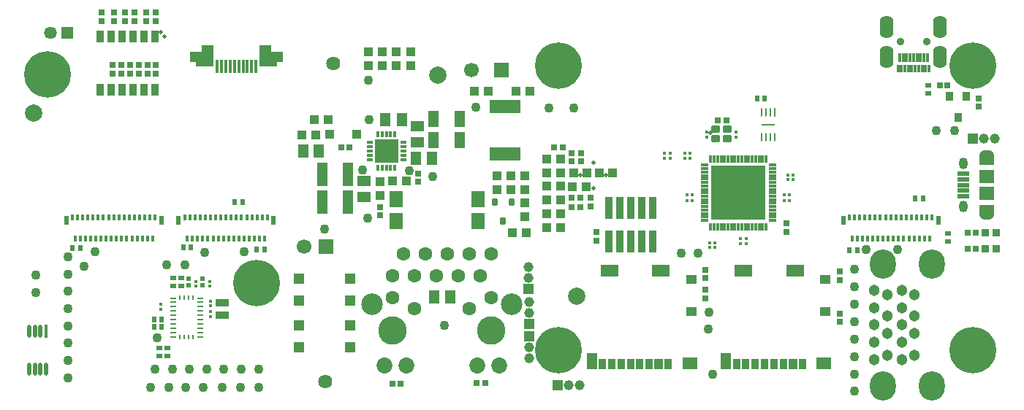
<source format=gts>
G04*
G04 #@! TF.GenerationSoftware,Altium Limited,Altium Designer,22.10.1 (41)*
G04*
G04 Layer_Color=8388736*
%FSLAX44Y44*%
%MOMM*%
G71*
G04*
G04 #@! TF.SameCoordinates,928D53FB-E6BB-4B63-96BA-E5CEFA686ED6*
G04*
G04*
G04 #@! TF.FilePolarity,Negative*
G04*
G01*
G75*
%ADD22R,0.2425X1.0111*%
G04:AMPARAMS|DCode=23|XSize=1.0111mm|YSize=0.2425mm|CornerRadius=0.1212mm|HoleSize=0mm|Usage=FLASHONLY|Rotation=270.000|XOffset=0mm|YOffset=0mm|HoleType=Round|Shape=RoundedRectangle|*
%AMROUNDEDRECTD23*
21,1,1.0111,0.0000,0,0,270.0*
21,1,0.7686,0.2425,0,0,270.0*
1,1,0.2425,0.0000,-0.3843*
1,1,0.2425,0.0000,0.3843*
1,1,0.2425,0.0000,0.3843*
1,1,0.2425,0.0000,-0.3843*
%
%ADD23ROUNDEDRECTD23*%
%ADD48R,0.2500X0.5750*%
%ADD49R,0.6750X0.2500*%
%ADD77R,1.6500X0.2500*%
G04:AMPARAMS|DCode=78|XSize=0.9016mm|YSize=1.0016mm|CornerRadius=0.1308mm|HoleSize=0mm|Usage=FLASHONLY|Rotation=90.000|XOffset=0mm|YOffset=0mm|HoleType=Round|Shape=RoundedRectangle|*
%AMROUNDEDRECTD78*
21,1,0.9016,0.7400,0,0,90.0*
21,1,0.6400,1.0016,0,0,90.0*
1,1,0.2616,0.3700,0.3200*
1,1,0.2616,0.3700,-0.3200*
1,1,0.2616,-0.3700,-0.3200*
1,1,0.2616,-0.3700,0.3200*
%
%ADD78ROUNDEDRECTD78*%
G04:AMPARAMS|DCode=79|XSize=0.9116mm|YSize=0.3216mm|CornerRadius=0.0783mm|HoleSize=0mm|Usage=FLASHONLY|Rotation=270.000|XOffset=0mm|YOffset=0mm|HoleType=Round|Shape=RoundedRectangle|*
%AMROUNDEDRECTD79*
21,1,0.9116,0.1650,0,0,270.0*
21,1,0.7550,0.3216,0,0,270.0*
1,1,0.1566,-0.0825,-0.3775*
1,1,0.1566,-0.0825,0.3775*
1,1,0.1566,0.0825,0.3775*
1,1,0.1566,0.0825,-0.3775*
%
%ADD79ROUNDEDRECTD79*%
G04:AMPARAMS|DCode=80|XSize=0.9116mm|YSize=0.3216mm|CornerRadius=0.0783mm|HoleSize=0mm|Usage=FLASHONLY|Rotation=180.000|XOffset=0mm|YOffset=0mm|HoleType=Round|Shape=RoundedRectangle|*
%AMROUNDEDRECTD80*
21,1,0.9116,0.1650,0,0,180.0*
21,1,0.7550,0.3216,0,0,180.0*
1,1,0.1566,-0.3775,0.0825*
1,1,0.1566,0.3775,0.0825*
1,1,0.1566,0.3775,-0.0825*
1,1,0.1566,-0.3775,-0.0825*
%
%ADD80ROUNDEDRECTD80*%
%ADD81R,6.3016X6.3016*%
%ADD82R,1.5016X0.8516*%
%ADD83R,0.4500X1.5000*%
%ADD84O,0.4500X1.5000*%
%ADD85C,1.1016*%
%ADD86R,1.6516X1.4516*%
%ADD87R,1.2716X1.9016*%
%ADD88R,2.0016X1.4516*%
%ADD89R,1.3016X1.1016*%
%ADD90R,0.9516X1.2016*%
%ADD91R,0.9766X1.2016*%
%ADD92R,0.8516X1.2016*%
%ADD93R,0.7516X0.6516*%
%ADD94R,0.4216X0.4616*%
%ADD95R,1.1016X1.0016*%
%ADD96R,0.5516X0.6516*%
%ADD97R,1.1016X1.1016*%
%ADD98R,0.4066X1.5066*%
%ADD99R,0.5000X1.0500*%
%ADD100R,0.4000X0.7500*%
%ADD101C,2.0000*%
%ADD102R,0.6516X0.5516*%
%ADD103R,0.6216X0.6216*%
%ADD104R,1.0016X1.1016*%
%ADD105R,0.6516X0.7516*%
%ADD106R,0.7216X0.7216*%
%ADD107R,0.7216X0.7216*%
%ADD108R,1.2516X1.9016*%
G04:AMPARAMS|DCode=109|XSize=0.6516mm|YSize=0.9016mm|CornerRadius=0.1003mm|HoleSize=0mm|Usage=FLASHONLY|Rotation=0.000|XOffset=0mm|YOffset=0mm|HoleType=Round|Shape=RoundedRectangle|*
%AMROUNDEDRECTD109*
21,1,0.6516,0.7010,0,0,0.0*
21,1,0.4510,0.9016,0,0,0.0*
1,1,0.2006,0.2255,-0.3505*
1,1,0.2006,-0.2255,-0.3505*
1,1,0.2006,-0.2255,0.3505*
1,1,0.2006,0.2255,0.3505*
%
%ADD109ROUNDEDRECTD109*%
%ADD110R,0.3316X0.9516*%
%ADD111R,0.3316X1.1016*%
%ADD112R,0.9016X1.1016*%
%ADD113R,1.2516X1.5516*%
%ADD114R,1.6516X1.6016*%
%ADD115R,1.4516X0.5016*%
%ADD116R,0.8616X2.5016*%
%ADD117R,0.9016X0.9016*%
%ADD118R,1.3016X1.3016*%
%ADD119R,0.4616X0.4216*%
%ADD120R,0.8616X1.3516*%
%ADD121R,1.6216X1.8816*%
%ADD122R,0.3516X0.8016*%
%ADD123R,0.8016X0.3516*%
%ADD124R,2.7016X2.7016*%
%ADD125R,1.0016X1.0516*%
%ADD126R,1.2516X2.8016*%
%ADD127R,1.1516X1.5016*%
%ADD128R,3.6616X1.5016*%
%ADD129R,1.5016X1.1516*%
%ADD130R,1.3516X2.4016*%
%ADD131R,2.7516X1.2016*%
%ADD132R,2.0516X1.7016*%
%ADD133R,1.6516X1.3016*%
%ADD134R,1.6516X1.3016*%
%ADD135C,1.1516*%
%ADD136R,1.1516X1.1516*%
%ADD137O,3.0016X3.4016*%
%ADD138C,1.3016*%
%ADD139R,1.4696X1.4696*%
%ADD140C,1.4696*%
%ADD141C,1.6256*%
%ADD142C,5.4000*%
%ADD143C,1.8516*%
%ADD144C,1.7000*%
%ADD145C,2.5016*%
%ADD146C,0.5080*%
%ADD147O,1.6016X2.6516*%
%ADD148O,1.6516X1.0016*%
%ADD149O,1.0516X1.3516*%
%ADD150R,1.1516X1.1516*%
%ADD151C,0.9116*%
%ADD152R,1.7000X1.7000*%
%ADD153C,1.6016*%
%ADD154C,3.3016*%
%ADD155C,0.1016*%
%ADD156C,0.5076*%
%ADD157C,0.6080*%
D22*
X875418Y336069D02*
D03*
D23*
X870418D02*
D03*
X865418D02*
D03*
X860418D02*
D03*
Y307059D02*
D03*
X865418D02*
D03*
X870418D02*
D03*
X875418D02*
D03*
D48*
X186951Y120906D02*
D03*
X191951D02*
D03*
X196951D02*
D03*
X201951D02*
D03*
Y74656D02*
D03*
X196951D02*
D03*
X191951D02*
D03*
X186951D02*
D03*
D49*
X178826Y75281D02*
D03*
Y80281D02*
D03*
Y85281D02*
D03*
Y90281D02*
D03*
Y95281D02*
D03*
Y100281D02*
D03*
Y105281D02*
D03*
Y110281D02*
D03*
Y115281D02*
D03*
Y120281D02*
D03*
X210076Y115281D02*
D03*
Y110281D02*
D03*
Y105281D02*
D03*
Y100281D02*
D03*
Y95281D02*
D03*
Y90281D02*
D03*
Y85281D02*
D03*
Y80281D02*
D03*
Y75281D02*
D03*
Y120281D02*
D03*
D77*
X867918Y321564D02*
D03*
D78*
X807000Y316500D02*
D03*
X821000D02*
D03*
Y305500D02*
D03*
X807000D02*
D03*
D79*
X865626Y281981D02*
D03*
X861626D02*
D03*
X857626D02*
D03*
X853626D02*
D03*
X849626D02*
D03*
X845626D02*
D03*
X841626D02*
D03*
X837626D02*
D03*
X833626D02*
D03*
X829626D02*
D03*
X825626D02*
D03*
X821626D02*
D03*
X817626D02*
D03*
X813626D02*
D03*
X809626D02*
D03*
X805626D02*
D03*
X801626D02*
D03*
Y202981D02*
D03*
X805626D02*
D03*
X809626D02*
D03*
X813626D02*
D03*
X817626D02*
D03*
X821626D02*
D03*
X825626D02*
D03*
X829626D02*
D03*
X833626D02*
D03*
X837626D02*
D03*
X841626D02*
D03*
X845626D02*
D03*
X849626D02*
D03*
X853626D02*
D03*
X857626D02*
D03*
X861626D02*
D03*
X865626D02*
D03*
D80*
X873126Y210481D02*
D03*
Y214481D02*
D03*
Y218481D02*
D03*
Y222481D02*
D03*
Y226481D02*
D03*
Y230481D02*
D03*
Y234481D02*
D03*
Y238481D02*
D03*
Y242481D02*
D03*
Y246481D02*
D03*
Y250481D02*
D03*
Y254481D02*
D03*
Y258481D02*
D03*
Y262481D02*
D03*
Y266481D02*
D03*
Y270481D02*
D03*
Y274481D02*
D03*
X794126D02*
D03*
Y270481D02*
D03*
Y266481D02*
D03*
Y262481D02*
D03*
Y258481D02*
D03*
Y254481D02*
D03*
Y250481D02*
D03*
Y246481D02*
D03*
Y242481D02*
D03*
Y238481D02*
D03*
Y234481D02*
D03*
Y230481D02*
D03*
Y226481D02*
D03*
Y222481D02*
D03*
Y218481D02*
D03*
Y214481D02*
D03*
Y210481D02*
D03*
D81*
X833626Y242481D02*
D03*
D82*
X235750Y115050D02*
D03*
Y100450D02*
D03*
D83*
X31750Y81500D02*
D03*
D84*
X25250D02*
D03*
X18750D02*
D03*
X12250D02*
D03*
X25250Y37500D02*
D03*
X31750D02*
D03*
X18750D02*
D03*
X12250D02*
D03*
D85*
X1063000Y314750D02*
D03*
X967750Y12000D02*
D03*
X75750Y157500D02*
D03*
X171750Y158500D02*
D03*
X257750Y38000D02*
D03*
X277750D02*
D03*
X197750D02*
D03*
X88000Y174000D02*
D03*
X1017750Y176250D02*
D03*
X215000Y173000D02*
D03*
X261000Y174000D02*
D03*
X981500Y176250D02*
D03*
X643041Y340900D02*
D03*
X967750Y153750D02*
D03*
X493000Y89000D02*
D03*
X57000Y168000D02*
D03*
X20000Y147000D02*
D03*
Y127000D02*
D03*
X152750Y16500D02*
D03*
X277750D02*
D03*
X614244Y340634D02*
D03*
X1084500Y314750D02*
D03*
X767750Y172750D02*
D03*
X787250D02*
D03*
X257250Y16500D02*
D03*
X236000D02*
D03*
X214000D02*
D03*
X173500D02*
D03*
X193500D02*
D03*
X160000Y74000D02*
D03*
X57000Y27773D02*
D03*
Y68000D02*
D03*
Y48000D02*
D03*
Y88000D02*
D03*
Y108000D02*
D03*
Y128000D02*
D03*
Y148000D02*
D03*
X237750Y38000D02*
D03*
X177750D02*
D03*
X157750D02*
D03*
X217750D02*
D03*
X192250Y158500D02*
D03*
X799000Y84000D02*
D03*
X799250Y103500D02*
D03*
X967750Y133500D02*
D03*
Y113360D02*
D03*
Y32000D02*
D03*
Y92984D02*
D03*
Y52500D02*
D03*
Y72750D02*
D03*
X479740Y261404D02*
D03*
X398448Y268680D02*
D03*
X529778Y342176D02*
D03*
X803656Y32004D02*
D03*
X403794Y213398D02*
D03*
X452562Y268262D02*
D03*
X354010Y200190D02*
D03*
X405000Y373000D02*
D03*
X406080Y327698D02*
D03*
D86*
X932475Y44725D02*
D03*
X777194Y44722D02*
D03*
D87*
X819275Y46975D02*
D03*
X663994Y46972D02*
D03*
D88*
X899225Y151725D02*
D03*
X839525D02*
D03*
X684244Y151722D02*
D03*
X743944D02*
D03*
D89*
X934225Y141975D02*
D03*
Y104975D02*
D03*
X778944Y141972D02*
D03*
Y104972D02*
D03*
D90*
X907875Y43475D02*
D03*
X885875D02*
D03*
X874875D02*
D03*
X863875D02*
D03*
X852875D02*
D03*
X841875D02*
D03*
X719594Y43472D02*
D03*
X697594D02*
D03*
X752594D02*
D03*
X730594D02*
D03*
X708594D02*
D03*
X686594D02*
D03*
D91*
X896875Y43475D02*
D03*
X741594Y43472D02*
D03*
D92*
X831375Y43475D02*
D03*
X676094Y43472D02*
D03*
D93*
X950750Y92500D02*
D03*
Y102500D02*
D03*
X951000Y141500D02*
D03*
Y151500D02*
D03*
X662313Y226820D02*
D03*
X95962Y452000D02*
D03*
X110000D02*
D03*
X123000D02*
D03*
X134000D02*
D03*
X148000D02*
D03*
X158700D02*
D03*
X119000Y391000D02*
D03*
X139000D02*
D03*
X149000D02*
D03*
X109000D02*
D03*
X129000D02*
D03*
X159000D02*
D03*
X889200Y197100D02*
D03*
X795250Y153250D02*
D03*
X651256Y278718D02*
D03*
X640334D02*
D03*
X668838Y196633D02*
D03*
X159000Y381000D02*
D03*
X129000D02*
D03*
X109000D02*
D03*
X149000D02*
D03*
X139000D02*
D03*
X119000D02*
D03*
X889200Y207100D02*
D03*
X668838Y186633D02*
D03*
X640334Y288718D02*
D03*
X651256D02*
D03*
X158700Y442000D02*
D03*
X148000D02*
D03*
X134000D02*
D03*
X123000D02*
D03*
X110000D02*
D03*
X95962D02*
D03*
X662313Y236820D02*
D03*
X795250Y143250D02*
D03*
Y130250D02*
D03*
Y120250D02*
D03*
D94*
X222600Y111218D02*
D03*
Y116818D02*
D03*
Y104360D02*
D03*
Y98760D02*
D03*
X165000Y107200D02*
D03*
Y112800D02*
D03*
X205000Y134200D02*
D03*
Y139800D02*
D03*
X221000Y134200D02*
D03*
Y139800D02*
D03*
X748300Y282500D02*
D03*
Y288100D02*
D03*
X754900Y282500D02*
D03*
Y288100D02*
D03*
X797000Y312800D02*
D03*
X831000Y307200D02*
D03*
Y312800D02*
D03*
X797000Y307200D02*
D03*
X842772Y188976D02*
D03*
Y183376D02*
D03*
X836422Y188976D02*
D03*
Y183376D02*
D03*
X771400Y282500D02*
D03*
Y288100D02*
D03*
X777900Y282500D02*
D03*
Y288100D02*
D03*
X891032Y263150D02*
D03*
Y257550D02*
D03*
X897102Y263150D02*
D03*
Y257550D02*
D03*
X806704Y184664D02*
D03*
Y179064D02*
D03*
X800215Y184662D02*
D03*
Y179062D02*
D03*
D95*
X405000Y390000D02*
D03*
Y406000D02*
D03*
X421000Y406000D02*
D03*
Y390000D02*
D03*
X586590Y215028D02*
D03*
X570144Y261762D02*
D03*
Y245762D02*
D03*
X437000Y390000D02*
D03*
Y406000D02*
D03*
X454000Y390000D02*
D03*
Y406000D02*
D03*
X418450Y255550D02*
D03*
Y239550D02*
D03*
X554142Y261762D02*
D03*
Y245762D02*
D03*
X586654Y261762D02*
D03*
Y245762D02*
D03*
X586590Y231028D02*
D03*
D96*
X71500Y178000D02*
D03*
X62500D02*
D03*
X156700Y86900D02*
D03*
X165700D02*
D03*
X156700Y95700D02*
D03*
X165700D02*
D03*
X962500Y176000D02*
D03*
X971500D02*
D03*
X199500Y179000D02*
D03*
X190500D02*
D03*
X1038500Y236000D02*
D03*
X1047500D02*
D03*
X284800Y176600D02*
D03*
X275800D02*
D03*
X250500Y232000D02*
D03*
X259500D02*
D03*
X855293Y352228D02*
D03*
X864293D02*
D03*
D97*
X215227Y398848D02*
D03*
X289377Y398768D02*
D03*
D98*
X229887Y388958D02*
D03*
X234887D02*
D03*
X239887D02*
D03*
X244887D02*
D03*
X249887D02*
D03*
X254887D02*
D03*
X259887D02*
D03*
X264887D02*
D03*
X269887D02*
D03*
X274887D02*
D03*
D03*
D99*
X295122Y210158D02*
D03*
X185122D02*
D03*
X55122D02*
D03*
X165122D02*
D03*
X955122D02*
D03*
X1065122D02*
D03*
D100*
X195197Y189158D02*
D03*
X201197D02*
D03*
X207197D02*
D03*
X213197D02*
D03*
X219197D02*
D03*
X225197D02*
D03*
X231197D02*
D03*
X237197D02*
D03*
X243197D02*
D03*
X249197D02*
D03*
X255197D02*
D03*
X261197D02*
D03*
X267197D02*
D03*
X273197D02*
D03*
X279197D02*
D03*
X192122Y213657D02*
D03*
X198122D02*
D03*
X204122D02*
D03*
X210122D02*
D03*
X216122D02*
D03*
X222122D02*
D03*
X228122D02*
D03*
X234122D02*
D03*
X240122D02*
D03*
X246122D02*
D03*
X252122D02*
D03*
X258122D02*
D03*
X264122D02*
D03*
X270122D02*
D03*
X276122D02*
D03*
X282122D02*
D03*
X285197Y189158D02*
D03*
X288122Y213657D02*
D03*
X158122D02*
D03*
X155197Y189158D02*
D03*
X152122Y213657D02*
D03*
X146122D02*
D03*
X140122D02*
D03*
X134122D02*
D03*
X128122D02*
D03*
X122122D02*
D03*
X116122D02*
D03*
X110122D02*
D03*
X104122D02*
D03*
X98122D02*
D03*
X92122D02*
D03*
X86122D02*
D03*
X80122D02*
D03*
X74122D02*
D03*
X68122D02*
D03*
X62122D02*
D03*
X149197Y189158D02*
D03*
X143197D02*
D03*
X137197D02*
D03*
X131197D02*
D03*
X125197D02*
D03*
X119197D02*
D03*
X113197D02*
D03*
X107197D02*
D03*
X101197D02*
D03*
X95197D02*
D03*
X89197D02*
D03*
X83197D02*
D03*
X77197D02*
D03*
X71197D02*
D03*
X65197D02*
D03*
X1058122Y213657D02*
D03*
X1055197Y189158D02*
D03*
X1052122Y213657D02*
D03*
X1046122D02*
D03*
X1040122D02*
D03*
X1034122D02*
D03*
X1028122D02*
D03*
X1022122D02*
D03*
X1016122D02*
D03*
X1010122D02*
D03*
X1004122D02*
D03*
X998122D02*
D03*
X992122D02*
D03*
X986122D02*
D03*
X980122D02*
D03*
X974122D02*
D03*
X968122D02*
D03*
X962122D02*
D03*
X1049197Y189158D02*
D03*
X1043197D02*
D03*
X1037197D02*
D03*
X1031197D02*
D03*
X1025197D02*
D03*
X1019197D02*
D03*
X1013197D02*
D03*
X1007197D02*
D03*
X1001197D02*
D03*
X995197D02*
D03*
X989197D02*
D03*
X983197D02*
D03*
X977197D02*
D03*
X971197D02*
D03*
X965197D02*
D03*
D101*
X17000Y335000D02*
D03*
X485250Y379250D02*
D03*
X646000Y122250D02*
D03*
D102*
X172250Y62250D02*
D03*
Y53250D02*
D03*
X163250Y62250D02*
D03*
Y53250D02*
D03*
X179000Y143500D02*
D03*
Y134500D02*
D03*
X187989Y143500D02*
D03*
Y134500D02*
D03*
X1076750Y186250D02*
D03*
Y195250D02*
D03*
X1053750Y367000D02*
D03*
Y358000D02*
D03*
D103*
X197000Y143000D02*
D03*
Y135000D02*
D03*
X213000Y143000D02*
D03*
Y135000D02*
D03*
D104*
X611452Y218440D02*
D03*
Y234188D02*
D03*
Y249936D02*
D03*
Y202438D02*
D03*
Y265938D02*
D03*
Y281686D02*
D03*
X657600Y249400D02*
D03*
X528128Y360464D02*
D03*
X658600Y265850D02*
D03*
X672250Y265800D02*
D03*
X627452Y218440D02*
D03*
Y234188D02*
D03*
Y249936D02*
D03*
Y202438D02*
D03*
Y265938D02*
D03*
Y281686D02*
D03*
X641600Y249400D02*
D03*
X592000Y360550D02*
D03*
X642600Y265850D02*
D03*
X688250Y265800D02*
D03*
X576000Y360550D02*
D03*
X342520Y327406D02*
D03*
X358520D02*
D03*
X588136Y195834D02*
D03*
X572136D02*
D03*
X544128Y360464D02*
D03*
X344104Y309410D02*
D03*
X328104D02*
D03*
X448878Y256324D02*
D03*
X432878D02*
D03*
D105*
X640504Y236375D02*
D03*
X619952Y294894D02*
D03*
X640504Y225779D02*
D03*
X1109026Y177769D02*
D03*
X1099026D02*
D03*
X1109026Y196049D02*
D03*
X1099026D02*
D03*
X650504Y225779D02*
D03*
X650504Y236375D02*
D03*
X820086Y326898D02*
D03*
X810086D02*
D03*
X540432Y21336D02*
D03*
X530432D02*
D03*
X442642Y20828D02*
D03*
X432642D02*
D03*
X629952Y294894D02*
D03*
D106*
X1111946Y351756D02*
D03*
Y342756D02*
D03*
X418200Y225850D02*
D03*
Y216850D02*
D03*
X462892Y264358D02*
D03*
Y255358D02*
D03*
D107*
X1076000Y367500D02*
D03*
X382888Y295402D02*
D03*
X373888D02*
D03*
X1067000Y367500D02*
D03*
D108*
X510474Y327952D02*
D03*
X480474Y304076D02*
D03*
X510474D02*
D03*
X480474Y327952D02*
D03*
D109*
X561190Y209996D02*
D03*
X570690Y231996D02*
D03*
X551690D02*
D03*
D110*
X1030509Y386742D02*
D03*
X1042509D02*
D03*
X1054509D02*
D03*
X1050509D02*
D03*
X1046509D02*
D03*
X1038509D02*
D03*
X1034509D02*
D03*
X1026509D02*
D03*
X1022509D02*
D03*
X1018509D02*
D03*
D111*
X1024509Y398992D02*
D03*
X1036509D02*
D03*
X1048509D02*
D03*
X1052509D02*
D03*
X1044509D02*
D03*
X1040509D02*
D03*
X1032509D02*
D03*
X1028509D02*
D03*
X1020509D02*
D03*
D112*
X1097570Y354176D02*
D03*
X1088070Y330176D02*
D03*
X1078570Y354176D02*
D03*
D113*
X481579Y121905D02*
D03*
X347770Y291122D02*
D03*
X329770D02*
D03*
X499579Y121905D02*
D03*
D114*
X1120981Y261471D02*
D03*
Y241471D02*
D03*
D115*
X1093981Y264471D02*
D03*
Y238471D02*
D03*
Y244971D02*
D03*
Y251471D02*
D03*
Y257971D02*
D03*
D116*
X708752Y224923D02*
D03*
X734152Y185923D02*
D03*
X683352D02*
D03*
X696052D02*
D03*
X708752D02*
D03*
X721452D02*
D03*
X683352Y224923D02*
D03*
X696052D02*
D03*
X721452D02*
D03*
X734152D02*
D03*
D117*
X1132111Y195935D02*
D03*
Y177727D02*
D03*
X1119611D02*
D03*
Y195935D02*
D03*
D118*
X324750Y63500D02*
D03*
Y88500D02*
D03*
X383750Y63500D02*
D03*
Y88500D02*
D03*
X324764Y117500D02*
D03*
Y142500D02*
D03*
X383764Y117500D02*
D03*
Y142500D02*
D03*
D119*
X779780Y233426D02*
D03*
X774180D02*
D03*
X779786Y240030D02*
D03*
X774186D02*
D03*
X892810Y239776D02*
D03*
X887210D02*
D03*
X892808Y233172D02*
D03*
X887208D02*
D03*
D120*
X94250Y362250D02*
D03*
X106950D02*
D03*
X119650D02*
D03*
X132350D02*
D03*
X145050D02*
D03*
X157750D02*
D03*
X94250Y423750D02*
D03*
X106950D02*
D03*
X119650D02*
D03*
X132350D02*
D03*
X145050D02*
D03*
X157750D02*
D03*
D121*
X436984Y234966D02*
D03*
Y209566D02*
D03*
X532184Y234966D02*
D03*
Y209566D02*
D03*
D122*
X415852Y271288D02*
D03*
X420852D02*
D03*
X425852D02*
D03*
X430852D02*
D03*
X435852D02*
D03*
Y310288D02*
D03*
X430852D02*
D03*
X425852D02*
D03*
X420852D02*
D03*
X415852D02*
D03*
D123*
X445352Y280788D02*
D03*
Y285788D02*
D03*
Y290788D02*
D03*
Y295788D02*
D03*
Y300788D02*
D03*
X406352D02*
D03*
Y295788D02*
D03*
Y290788D02*
D03*
Y285788D02*
D03*
Y280788D02*
D03*
D124*
X425852Y290788D02*
D03*
D125*
X360172Y310642D02*
D03*
X391672Y310642D02*
D03*
D126*
X351710Y263944D02*
D03*
X381710D02*
D03*
X351710Y231432D02*
D03*
X381710D02*
D03*
D127*
X443632Y327168D02*
D03*
X424632D02*
D03*
X478996Y282210D02*
D03*
X459996D02*
D03*
D128*
X563052Y342552D02*
D03*
Y287952D02*
D03*
D129*
X461876Y300752D02*
D03*
Y319752D02*
D03*
X400154Y237404D02*
D03*
Y256404D02*
D03*
D130*
X219137Y401458D02*
D03*
X285637D02*
D03*
D131*
X212137Y400458D02*
D03*
X292636Y400458D02*
D03*
D132*
X215637Y397958D02*
D03*
X289136Y397958D02*
D03*
D133*
X1120980Y280471D02*
D03*
D134*
Y222472D02*
D03*
D135*
X649450Y19250D02*
D03*
X636750D02*
D03*
X1131062Y305308D02*
D03*
X590750Y156400D02*
D03*
X591000Y62800D02*
D03*
Y103200D02*
D03*
Y115900D02*
D03*
Y50100D02*
D03*
X590750Y143700D02*
D03*
X1118362Y305308D02*
D03*
D136*
X624050Y19250D02*
D03*
X1105662Y305308D02*
D03*
D137*
X1001048Y18742D02*
D03*
Y159642D02*
D03*
X1057848D02*
D03*
Y18742D02*
D03*
D138*
X1037848Y54192D02*
D03*
Y79192D02*
D03*
Y99192D02*
D03*
X1022848Y129192D02*
D03*
Y49192D02*
D03*
Y109192D02*
D03*
Y69192D02*
D03*
X1005848Y54192D02*
D03*
Y79192D02*
D03*
Y99192D02*
D03*
X990848Y129192D02*
D03*
Y49192D02*
D03*
Y109192D02*
D03*
Y69192D02*
D03*
Y89192D02*
D03*
X1005848Y124192D02*
D03*
X1022848Y89192D02*
D03*
X1037848Y124192D02*
D03*
D139*
X56500Y427750D02*
D03*
D140*
X36500D02*
D03*
D141*
X364124Y392875D02*
D03*
X354800Y23300D02*
D03*
D142*
X33600Y379700D02*
D03*
X275600Y137700D02*
D03*
X625312Y60082D02*
D03*
X1105312Y390082D02*
D03*
Y60082D02*
D03*
X625312Y390082D02*
D03*
D143*
X556454Y41788D02*
D03*
X449254D02*
D03*
X423854D02*
D03*
X531054D02*
D03*
D144*
X524216Y384594D02*
D03*
X330842Y179870D02*
D03*
D145*
X570799Y112888D02*
D03*
X409509D02*
D03*
D146*
X665466Y248037D02*
D03*
Y277537D02*
D03*
X650716Y262787D02*
D03*
X680216D02*
D03*
D147*
X1067509Y400392D02*
D03*
X1005509D02*
D03*
Y434492D02*
D03*
X1067509D02*
D03*
D148*
X1120981Y216471D02*
D03*
Y286471D02*
D03*
D149*
X1093981Y226471D02*
D03*
Y276471D02*
D03*
D150*
X591000Y90500D02*
D03*
Y75500D02*
D03*
X590750Y131000D02*
D03*
D151*
X1021509Y417692D02*
D03*
X1051509D02*
D03*
D152*
X355842Y179870D02*
D03*
X559216Y384594D02*
D03*
D153*
X534604Y145888D02*
D03*
X509204D02*
D03*
X483804D02*
D03*
X458404D02*
D03*
X433004D02*
D03*
X445704Y171288D02*
D03*
X471104D02*
D03*
X496504D02*
D03*
X521904D02*
D03*
X547304D02*
D03*
X433004Y120688D02*
D03*
X458404Y107988D02*
D03*
X521904D02*
D03*
X547304Y120688D02*
D03*
D154*
X433004Y82388D02*
D03*
X547304D02*
D03*
D155*
X1132021Y89231D02*
D03*
X15039Y285777D02*
D03*
D156*
X801107Y311859D02*
D03*
X169000Y424000D02*
D03*
X165000Y429000D02*
D03*
D157*
X33600Y358950D02*
D03*
Y400450D02*
D03*
X12850Y379700D02*
D03*
X54350D02*
D03*
X275600Y116950D02*
D03*
Y158450D02*
D03*
X254850Y137700D02*
D03*
X296350D02*
D03*
X625312Y39332D02*
D03*
Y80832D02*
D03*
X604562Y60082D02*
D03*
X646062D02*
D03*
X1105312Y369332D02*
D03*
Y410832D02*
D03*
X1084562Y390082D02*
D03*
X1126062D02*
D03*
X1105312Y80832D02*
D03*
Y39332D02*
D03*
X1126062Y60082D02*
D03*
X1084562D02*
D03*
X625312Y410832D02*
D03*
Y369332D02*
D03*
X646062Y390082D02*
D03*
X604562D02*
D03*
M02*

</source>
